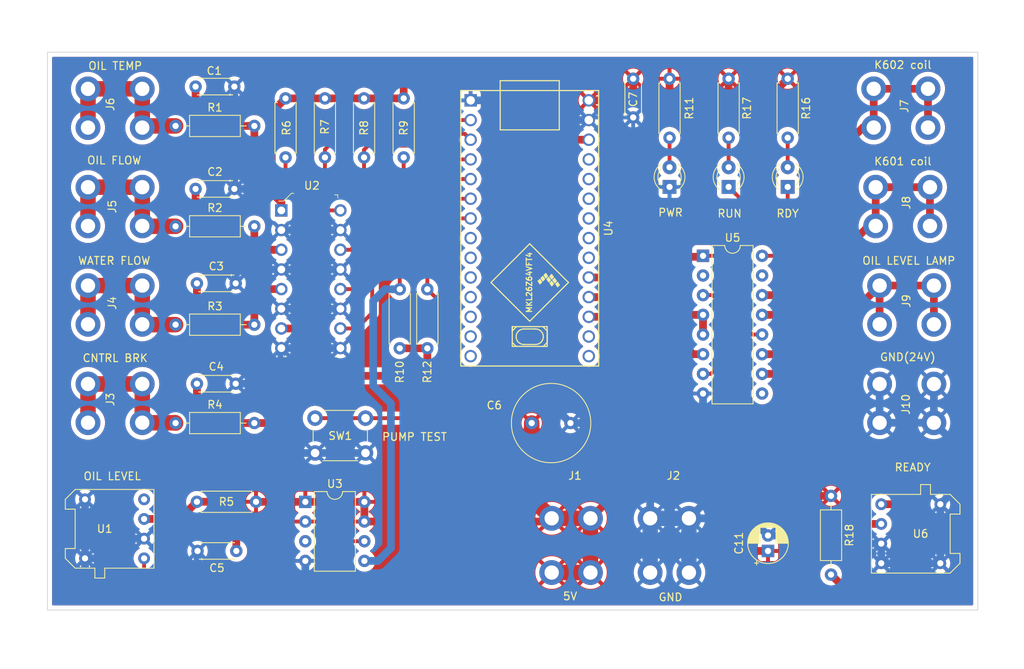
<source format=kicad_pcb>
(kicad_pcb (version 20211014) (generator pcbnew)

  (general
    (thickness 1.6)
  )

  (paper "A4")
  (layers
    (0 "F.Cu" signal)
    (31 "B.Cu" signal)
    (32 "B.Adhes" user "B.Adhesive")
    (33 "F.Adhes" user "F.Adhesive")
    (34 "B.Paste" user)
    (35 "F.Paste" user)
    (36 "B.SilkS" user "B.Silkscreen")
    (37 "F.SilkS" user "F.Silkscreen")
    (38 "B.Mask" user)
    (39 "F.Mask" user)
    (40 "Dwgs.User" user "User.Drawings")
    (41 "Cmts.User" user "User.Comments")
    (42 "Eco1.User" user "User.Eco1")
    (43 "Eco2.User" user "User.Eco2")
    (44 "Edge.Cuts" user)
    (45 "Margin" user)
    (46 "B.CrtYd" user "B.Courtyard")
    (47 "F.CrtYd" user "F.Courtyard")
    (48 "B.Fab" user)
    (49 "F.Fab" user)
    (50 "User.1" user)
    (51 "User.2" user)
    (52 "User.3" user)
    (53 "User.4" user)
    (54 "User.5" user)
    (55 "User.6" user)
    (56 "User.7" user)
    (57 "User.8" user)
    (58 "User.9" user)
  )

  (setup
    (stackup
      (layer "F.SilkS" (type "Top Silk Screen"))
      (layer "F.Paste" (type "Top Solder Paste"))
      (layer "F.Mask" (type "Top Solder Mask") (thickness 0.01))
      (layer "F.Cu" (type "copper") (thickness 0.035))
      (layer "dielectric 1" (type "core") (thickness 1.51) (material "FR4") (epsilon_r 4.5) (loss_tangent 0.02))
      (layer "B.Cu" (type "copper") (thickness 0.035))
      (layer "B.Mask" (type "Bottom Solder Mask") (thickness 0.01))
      (layer "B.Paste" (type "Bottom Solder Paste"))
      (layer "B.SilkS" (type "Bottom Silk Screen"))
      (copper_finish "None")
      (dielectric_constraints no)
    )
    (pad_to_mask_clearance 0)
    (pcbplotparams
      (layerselection 0x0001000_ffffffff)
      (disableapertmacros false)
      (usegerberextensions true)
      (usegerberattributes true)
      (usegerberadvancedattributes true)
      (creategerberjobfile false)
      (svguseinch false)
      (svgprecision 6)
      (excludeedgelayer true)
      (plotframeref false)
      (viasonmask false)
      (mode 1)
      (useauxorigin false)
      (hpglpennumber 1)
      (hpglpenspeed 20)
      (hpglpendiameter 15.000000)
      (dxfpolygonmode true)
      (dxfimperialunits true)
      (dxfusepcbnewfont true)
      (psnegative false)
      (psa4output false)
      (plotreference true)
      (plotvalue true)
      (plotinvisibletext false)
      (sketchpadsonfab false)
      (subtractmaskfromsilk false)
      (outputformat 1)
      (mirror false)
      (drillshape 0)
      (scaleselection 1)
      (outputdirectory "gerbers/")
    )
  )

  (net 0 "")
  (net 1 "GND")
  (net 2 "Net-(C2-Pad1)")
  (net 3 "Net-(C3-Pad1)")
  (net 4 "Net-(C5-Pad1)")
  (net 5 "+5V")
  (net 6 "Net-(D1-Pad2)")
  (net 7 "/K602_coil")
  (net 8 "+3V3")
  (net 9 "/oil_level_3V3")
  (net 10 "/OIL_LEVEL_LAMP")
  (net 11 "/K601_coil")
  (net 12 "/pump_test")
  (net 13 "/OIL_TEMP")
  (net 14 "/OIL_FLOW")
  (net 15 "/WATER_FLOW")
  (net 16 "/CNTRL_BKR")
  (net 17 "Net-(U1-Pad1)")
  (net 18 "unconnected-(U4-Pad20)")
  (net 19 "Net-(R6-Pad2)")
  (net 20 "Net-(U5-Pad10)")
  (net 21 "unconnected-(U1-Pad4)")
  (net 22 "Net-(R7-Pad2)")
  (net 23 "Net-(R8-Pad2)")
  (net 24 "Net-(R9-Pad2)")
  (net 25 "unconnected-(U4-Pad14)")
  (net 26 "unconnected-(U4-Pad30)")
  (net 27 "unconnected-(U4-Pad25)")
  (net 28 "Net-(U4-Pad22)")
  (net 29 "unconnected-(U4-Pad13)")
  (net 30 "unconnected-(U4-Pad12)")
  (net 31 "unconnected-(U4-Pad11)")
  (net 32 "unconnected-(U4-Pad10)")
  (net 33 "unconnected-(U4-Pad9)")
  (net 34 "Net-(U4-Pad23)")
  (net 35 "Net-(U4-Pad24)")
  (net 36 "unconnected-(U5-Pad9)")
  (net 37 "Net-(D2-Pad2)")
  (net 38 "Net-(C1-Pad1)")
  (net 39 "Net-(C4-Pad1)")
  (net 40 "Net-(D2-Pad1)")
  (net 41 "unconnected-(U4-Pad29)")
  (net 42 "unconnected-(U4-Pad28)")
  (net 43 "unconnected-(U4-Pad27)")
  (net 44 "unconnected-(U4-Pad26)")
  (net 45 "Net-(D3-Pad1)")
  (net 46 "Net-(D3-Pad2)")
  (net 47 "unconnected-(U4-Pad21)")
  (net 48 "unconnected-(U5-Pad2)")
  (net 49 "Net-(R18-Pad2)")
  (net 50 "unconnected-(U5-Pad15)")
  (net 51 "unconnected-(U3-Pad3)")
  (net 52 "unconnected-(U4-Pad8)")

  (footprint "Resistor_THT:R_Axial_DIN0207_L6.3mm_D2.5mm_P7.62mm_Horizontal" (layer "F.Cu") (at 110.998 72.898 -90))

  (footprint "Button_Switch_THT:SW_PUSH_6mm" (layer "F.Cu") (at 96.52 89.535))

  (footprint "my_library:Keystone_PC_screw_terminal" (layer "F.Cu") (at 164.338 87.13 90))

  (footprint "Capacitor_THT:C_Disc_D4.3mm_W1.9mm_P5.00mm" (layer "F.Cu") (at 81.28 72.136))

  (footprint "Capacitor_THT:C_Disc_D4.3mm_W1.9mm_P5.00mm" (layer "F.Cu") (at 137.55 45.72 -90))

  (footprint "Capacitor_THT:C_Radial_D10.0mm_H20.0mm_P5.00mm" (layer "F.Cu") (at 124.46 90.17))

  (footprint "my_library:Teensy_LC_stripped" (layer "F.Cu") (at 124.206 65.024 -90))

  (footprint "Resistor_THT:R_Axial_DIN0207_L6.3mm_D2.5mm_P10.16mm_Horizontal" (layer "F.Cu") (at 163.068 99.568 -90))

  (footprint "Package_DIP:DIP-16_W7.62mm" (layer "F.Cu") (at 146.558 68.58))

  (footprint "Capacitor_THT:C_Disc_D4.3mm_W1.9mm_P5.00mm" (layer "F.Cu") (at 81.106 59.944))

  (footprint "Resistor_THT:R_Axial_DIN0207_L6.3mm_D2.5mm_P10.16mm_Horizontal" (layer "F.Cu") (at 78.526 90.17))

  (footprint "my_library:Keystone_PC_screw_terminal" (layer "F.Cu") (at 142.74 97.465))

  (footprint "LED_THT:LED_D3.0mm" (layer "F.Cu") (at 142.24 59.69 90))

  (footprint "Resistor_THT:R_Axial_DIN0207_L6.3mm_D2.5mm_P7.62mm_Horizontal" (layer "F.Cu") (at 107.442 72.898 -90))

  (footprint "my_library:Keystone_PC_screw_terminal" (layer "F.Cu") (at 62.23 87.122 90))

  (footprint "Resistor_THT:R_Axial_DIN0207_L6.3mm_D2.5mm_P7.62mm_Horizontal" (layer "F.Cu") (at 97.79 48.26 -90))

  (footprint "Resistor_THT:R_Axial_DIN0207_L6.3mm_D2.5mm_P7.62mm_Horizontal" (layer "F.Cu") (at 92.71 48.26 -90))

  (footprint "digikey-footprints:DIP-16_W7.62mm" (layer "F.Cu") (at 92.168 62.72))

  (footprint "my_library:Keystone_PC_screw_terminal" (layer "F.Cu") (at 62.23 49.03 90))

  (footprint "Resistor_THT:R_Axial_DIN0207_L6.3mm_D2.5mm_P7.62mm_Horizontal" (layer "F.Cu") (at 102.836 48.26 -90))

  (footprint "Capacitor_THT:CP_Radial_D5.0mm_P2.00mm" (layer "F.Cu") (at 154.94 106.68 90))

  (footprint "my_library:Keystone_PC_screw_terminal" (layer "F.Cu") (at 163.83 61.722 90))

  (footprint "Capacitor_THT:C_Disc_D4.3mm_W1.9mm_P5.00mm" (layer "F.Cu") (at 81.28 85.09))

  (footprint "LED_THT:LED_D3.0mm" (layer "F.Cu") (at 149.86 59.69 90))

  (footprint "Resistor_THT:R_Axial_DIN0207_L6.3mm_D2.5mm_P7.62mm_Horizontal" (layer "F.Cu") (at 149.86 45.72 -90))

  (footprint "Resistor_THT:R_Axial_DIN0207_L6.3mm_D2.5mm_P7.62mm_Horizontal" (layer "F.Cu") (at 142.24 53.34 90))

  (footprint "my_library:Keystone_PC_screw_terminal" (layer "F.Cu") (at 164.338 74.422 90))

  (footprint "my_library:Keystone_PC_screw_terminal" (layer "F.Cu") (at 62.23 61.722 90))

  (footprint "Resistor_THT:R_Axial_DIN0207_L6.3mm_D2.5mm_P7.62mm_Horizontal" (layer "F.Cu") (at 157.48 45.72 -90))

  (footprint "Resistor_THT:R_Axial_DIN0207_L6.3mm_D2.5mm_P10.16mm_Horizontal" (layer "F.Cu") (at 78.526 77.47))

  (footprint "Resistor_THT:R_Axial_DIN0207_L6.3mm_D2.5mm_P7.62mm_Horizontal" (layer "F.Cu") (at 107.95 48.26 -90))

  (footprint "Capacitor_THT:C_Disc_D4.3mm_W1.9mm_P5.00mm" (layer "F.Cu") (at 86.36 106.68 180))

  (footprint "LED_THT:LED_D3.0mm" (layer "F.Cu") (at 157.48 59.69 90))

  (footprint "my_library:Versatile_Link" (layer "F.Cu") (at 174.625 98.1075))

  (footprint "my_library:Keystone_PC_screw_terminal" (layer "F.Cu") (at 62.23 74.422 90))

  (footprint "my_library:Keystone_PC_screw_terminal" (layer "F.Cu") (at 163.576 49.022 90))

  (footprint "Package_DIP:DIP-8_W7.62mm" (layer "F.Cu") (at 95.26 100.34))

  (footprint "Capacitor_THT:C_Disc_D4.3mm_W1.9mm_P5.00mm" (layer "F.Cu") (at 81.106 46.736))

  (footprint "my_library:Keystone_PC_screw_terminal" (layer "F.Cu") (at 130.04 97.465))

  (footprint "Resistor_THT:R_Axial_DIN0207_L6.3mm_D2.5mm_P7.62mm_Horizontal" (layer "F.Cu") (at 81.28 100.33))

  (footprint "my_library:Versatile_Link" (layer "F.Cu") (at 69.385 110.1725 180))

  (footprint "Resistor_THT:R_Axial_DIN0207_L6.3mm_D2.5mm_P10.16mm_Horizontal" (layer "F.Cu") (at 78.526 64.77))

  (footprint "Resistor_THT:R_Axial_DIN0207_L6.3mm_D2.5mm_P10.16mm_Horizontal" (layer "F.Cu") (at 78.526 51.816))

  (gr_rect (start 62 42.3) (end 182 114.3) (layer "Edge.Cuts") (width 0.1) (fill none) (tstamp b79477c8-61ba-499c-ab41-7e44ba9a94e0))
  (gr_text "K601 coil" (at 172.339 56.388) (layer "F.SilkS") (tstamp 2a9f3b41-5cf5-4e58-b42e-a9acf47da800)
    (effects (font (size 1 1) (thickness 0.15)))
  )
  (gr_text "CNTRL BRK" (at 70.739 81.788) (layer "F.SilkS") (tstamp 352ebf09-58fe-4edc-b608-8830b474f1de)
    (effects (font (size 1 1) (thickness 0.15)))
  )
  (gr_text "OIL TEMP" (at 70.739 44.069) (layer "F.SilkS") (tstamp 35bb7c76-825e-4227-b577-2d825f42d1d8)
    (effects (font (size 1 1) (thickness 0.15)))
  )
  (gr_text "RDY" (at 157.48 63.119) (layer "F.SilkS") (tstamp 48e8f375-fcfd-4802-b170-95b17c341aa6)
    (effects (font (size 1 1) (thickness 0.15)))
  )
  (gr_text "OIL LEVEL" (at 70.358 97.028) (layer "F.SilkS") (tstamp 4c87f666-9b46-48f3-a495-1e0df717de09)
    (effects (font (size 1 1) (thickness 0.15)))
  )
  (gr_text "READY" (at 173.609 95.885) (layer "F.SilkS") (tstamp 508edcef-3255-4bc8-b8b3-d37e616e981f)
    (effects (font (size 1 1) (thickness 0.15)))
  )
  (gr_text "OIL LEVEL LAMP" (at 173.101 69.215) (layer "F.SilkS") (tstamp 54a7c607-019c-4003-a2ea-c4d03e320d2f)
    (effects (font (size 1 1) (thickness 0.15)))
  )
  (gr_text "RUN" (at 149.987 63.119) (layer "F.SilkS") (tstamp 5530a936-5dc6-4703-b96b-866fc8991016)
    (effects (font (size 1 1) (thickness 0.15)))
  )
  (gr_text "PUMP TEST" (at 109.347 91.948) (layer "F.SilkS") (tstamp 5e965cb7-a845-4d13-bf9b-d085e3ab2dba)
    (effects (font (size 1 1) (thickness 0.15)))
  )
  (gr_text "WATER FLOW" (at 70.612 69.215) (layer "F.SilkS") (tstamp 7192d2df-dc94-4e09-ae21-c0f58597414f)
    (effects (font (size 1 1) (thickness 0.15)))
  )
  (gr_text "PWR" (at 142.367 62.992) (layer "F.SilkS") (tstamp 8b1bf000-c2f6-4ebf-839a-261c4ef4086e)
    (effects (font (size 1 1) (thickness 0.15)))
  )
  (gr_text "GND" (at 142.367 112.649) (layer "F.SilkS") (tstamp 90a03d70-bb48-4b79-8fa8-f04beac10426)
    (effects (font (size 1 1) (thickness 0.15)))
  )
  (gr_text "GND(24V)" (at 172.974 81.661) (layer "F.SilkS") (tstamp 997fca40-ab76-4d19-89e1-b0c1cff9e27e)
    (effects (font (size 1 1) (thickness 0.15)))
  )
  (gr_text "K602 coil" (at 172.339 43.942) (layer "F.SilkS") (tstamp abaacec0-23a2-4738-9423-2b33e3bb1d1f)
    (effects (font (size 1 1) (thickness 0.15)))
  )
  (gr_text "5V" (at 129.413 112.522) (layer "F.SilkS") (tstamp e75fde95-2900-428d-831e-24d94acff4fe)
    (effects (font (size 1 1) (thickness 0.15)))
  )
  (gr_text "OIL FLOW" (at 70.612 56.261) (layer "F.SilkS") (tstamp fba5edf1-fd36-410a-b9b4-e18fd21cd6bd)
    (effects (font (size 1 1) (thickness 0.15)))
  )

  (segment (start 176.338 90.13) (end 178.045 91.837) (width 1) (layer "B.Cu") (net 1) (tstamp 01c3e5a4-8a7a-4cc7-9388-c4806938089f))
  (segment (start 177.165 108.2675) (end 169.545 108.2675) (width 1) (layer "B.Cu") (net 1) (tstamp 05bd830b-540c-4211-ab03-4b24c2333d98))
  (segment (start 81.36 109.554) (end 83.312 111.506) (width 1) (layer "B.Cu") (net 1) (tstamp 0e479e35-143d-4f95-a883-9b5419703879))
  (segment (start 66.845 109.263) (end 69.088 111.506) (width 1) (layer "B.Cu") (net 1) (tstamp 0ecc6f9e-8d24-46ae-86b2-36c6bf03d432))
  (segment (start 95.486 65.26) (end 95.486 70.34) (width 1) (layer "B.Cu") (net 1) (tstamp 11c66868-7193-4897-9948-5e11adc8b735))
  (segment (start 154.94 104.68) (end 162.338 104.68) (width 1) (layer "B.Cu") (net 1) (tstamp 12efd95f-53bb-4a7f-9c28-1d3637874a74))
  (segment (start 123.952 106.172) (end 118.618 111.506) (width 1) (layer "B.Cu") (net 1) (tstamp 171c64ca-ea60-4696-b99e-bd06dcf8dc1d))
  (segment (start 66.845 107.6325) (end 66.845 109.263) (width 1) (layer "B.Cu") (net 1) (tstamp 1a58b235-7f70-4f60-999e-345a007c9a40))
  (segment (start 81.36 106.68) (end 81.36 109.554) (width 1) (layer "B.Cu") (net 1) (tstamp 1bd1a5d4-483d-43f4-94c6-4a55a8ed03ea))
  (segment (start 144.74 102.465) (end 144.74 109.465) (width 2) (layer "B.Cu") (net 1) (tstamp 1c8bd3ec-52f8-412d-ab87-76ba2dc5ba90))
  (segment (start 69.088 111.506) (end 86.868 111.506) (width 1) (layer "B.Cu") (net 1) (tstamp 1e355908-1d24-4f73-a03f-4a81cac9d702))
  (segment (start 169.338 85.13) (end 169.338 90.13) (width 1) (layer "B.Cu") (net 1) (tstamp 21f0d037-e01b-4c76-81cd-bae41e57f30b))
  (segment (start 92.168 82.838) (end 92.168 80.5) (width 1) (layer "B.Cu") (net 1) (tstamp 27135027-ac94-41f5-95f6-116207afad2f))
  (segment (start 128.016 51.054) (end 126.238 52.832) (width 1) (layer "B.Cu") (net 1) (tstamp 284c3be0-1871-40f7-96b0-acb30e1e5fb4))
  (segment (start 132.16 50.72) (end 131.826 51.054) (width 0.5) (layer "B.Cu") (net 1) (tstamp 2b14a580-ef51-4ae3-a739-b9aca1f9feb5))
  (segment (start 95.486 75.71) (end 95.486 80.5) (width 1) (layer "B.Cu") (net 1) (tstamp 2e24ec68-41dc-419d-9567-704ab41e0c8d))
  (segment (start 95.26 110.5) (end 96.266 111.506) (width 1) (layer "B.Cu") (net 1) (tstamp 2e307fdf-4334-4e49-9af9-3ff0fc64c646))
  (segment (start 93.218 111.506) (end 96.012 111.506) (width 1) (layer "B.Cu") (net 1) (tstamp 36e94802-7673-46a9-a9f4-7f032407d403))
  (segment (start 139.192 59.69) (end 137.55 58.048) (width 0.5) (layer "B.Cu") (net 1) (tstamp 37bf1faf-f401-4482-8db7-b8ef61ebd827))
  (segment (start 92.168 110.456) (end 93.218 111.506) (width 1) (layer "B.Cu") (net 1) (tstamp 38763b66-7974-4557-ba1f-2f8cc23df143))
  (segment (start 139.74 102.465) (end 144.74 102.465) (width 2) (layer "B.Cu") (net 1) (tstamp 46a5061b-ece8-4281-9011-3a7f28f88953))
  (segment (start 118.618 111.506) (end 96.266 111.506) (width 1) (layer "B.Cu") (net 1) (tstamp 48ef725e-c281-4f41-b758-491636eb7e7d))
  (segment (start 139.74 109.465) (end 139.74 107.736) (width 1) (layer "B.Cu") (net 1) (tstamp 49345989-0cb0-4f56-9bf1-d6942f8b9c96))
  (segment (start 137.55 58.048) (end 137.55 50.72) (width 0.5) (layer "B.Cu") (net 1) (tstamp 4aaedbc0-abfa-42c6-b471-b58d849b7ce8))
  (segment (start 92.168 92.422) (end 93.781 94.035) (width 1) (layer "B.Cu") (net 1) (tstamp 4cf285c6-7403-4e32-b5e3-2e764068b7e7))
  (segment (start 92.168 70.34) (end 95.486 70.34) (width 1) (layer "B.Cu") (net 1) (tstamp 4f3caac6-8798-4c66-8e38-45e276777cbe))
  (segment (start 89.916 85.09) (end 92.168 82.838) (width 1) (layer "B.Cu") (net 1) (tstamp 515e1dec-707a-4f37-bec5-fa9fc4e4be92))
  (segment (start 83.312 111.506) (end 86.868 111.506) (width 1) (layer "B.Cu") (net 1) (tstamp 5a42cc66-6d1f-48ec-94f6-b97bb8c8eee7))
  (segment (start 95.26 107.96) (end 95.26 110.5) (width 1) (layer "B.Cu") (net 1) (tstamp 5cbd1311-9f70-49d1-b4a9-cc02e7e114b9))
  (segment (start 121.92 48.514) (end 116.586 48.514) (width 1) (layer "B.Cu") (net 1) (tstamp 632ded07-8052-448d-9f33-aca2a3e6b19b))
  (segment (start 169.545 105.7275) (end 163.3855 105.7275) (width 1) (layer "B.Cu") (net 1) (tstamp 65488e66-7284-4e08-a610-baac289e8160))
  (segment (start 139.74 91.226) (end 139.74 102.465) (width 1) (layer "B.Cu") (net 1) (tstamp 69463a0f-f0af-4e91-b3fd-5990df9a4b80))
  (segment (start 95.486 70.34) (end 95.486 75.71) (width 1) (layer "B.Cu") (net 1) (tstamp 6b487591-4112-4745-bb3f-9749d2c412ab))
  (segment (start 129.46 90.17) (end 126.238 86.948) (width 1) (layer "B.Cu") (net 1) (tstamp 6c121325-b858-474c-9151-27348433bb20))
  (segment (start 92.168 65.26) (end 95.486 65.26) (width 1) (layer "B.Cu") (net 1) (tstamp 6c518a30-36c3-454b-95e6-b0c62863f97d))
  (segment (start 92.168 90.898) (end 92.168 92.422) (width 1) (layer "B.Cu") (net 1) (tstamp 6cbd58c0-94c3-4341-9702-14170e795abb))
  (segment (start 139.74 107.736) (end 138.176 106.172) (width 1) (layer "B.Cu") (net 1) (tstamp 7320a41d-4aa5-4609-8055-60d0428cd520))
  (segment (start 86.106 59.944) (end 94.234 59.944) (width 1) (layer "B.Cu") (net 1) (tstamp 7a7cb6e4-8a4f-482c-8ea5-5c885d62d465))
  (segment (start 138.176 106.172) (end 123.952 106.172) (width 1) (layer "B.Cu") (net 1) (tstamp 7ad17c09-4c71-4a17-802f-2dc60e0e8223))
  (segment (start 131.826 51.054) (end 128.016 51.054) (width 1) (layer "B.Cu") (net 1) (tstamp 80cda837-7491-4253-8586-37e3e46fd750))
  (segment (start 176.338 85.13) (end 176.338 90.13) (width 1) (layer "B.Cu") (net 1) (tstamp 8373e75d-2957-48ea-8365-ac2f476906dd))
  (segment (start 176.338 90.13) (end 169.338 90.13) (width 1) (layer "B.Cu") (net 1) (tstamp 854590d2-162a-4619-8f17-2e10c503decc))
  (segment (start 177.165 108.2675) (end 177.165 100.6475) (width 1) (layer "B.Cu") (net 1) (tstamp 87a32b58-63b7-4f46-bef4-1ba6d2ffa658))
  (segment (start 139.74 109.465) (end 139.74 102.465) (width 2) (layer "B.Cu") (net 1) (tstamp 891cb7bb-027e-4031-bf27-347b67792a6c))
  (segment (start 146.558 86.36) (end 146.558 100.647) (width 1) (layer "B.Cu") (net 1) (tstamp 8a07e6e1-0041-4cf7-a976-2482f0324008))
  (segment (start 70.1675 107.6325) (end 66.845 107.6325) (width 1) (layer "B.Cu") (net 1) (tstamp 8d636e49-195d-4662-8b69-230d986a3b72))
  (segment (start 95.486 80.5) (end 99.788 80.5) (width 1) (layer "B.Cu") (net 1) (tstamp 95852b0a-fc81-4813-9ccd-fee00883b173))
  (segment (start 96.012 111.506) (end 96.266 111.506) (width 1) (layer "B.Cu") (net 1) (tstamp 9814d03b-9ac6-4bc7-aaeb-1933603ee477))
  (segment (start 95.486 70.34) (end 99.788 70.34) (width 1) (layer "B.Cu") (net 1) (tstamp 9913adf4-f9a7-4e0f-acea-487a0ae2d296))
  (segment (start 169.545 105.7275) (end 169.545 108.2675) (width 1) (layer "B.Cu") (net 1) (tstamp 9a3f63d4-0ba0-42d4-8cb4-17301ab4ba36))
  (segment (start 74.465 105.0925) (end 72.7075 105.0925) (width 1) (layer "B.Cu") (net 1) (tstamp 9e7a6bad-0c73-4327-b00b-a423aa4a5b00))
  (segment (start 146.558 100.647) (end 144.74 102.465) (width 1) (layer "B.Cu") (net 1) (tstamp a74f60e9-e61f-4af1-a5af-9a260dc581bf))
  (segment (start 144.74 102.465) (end 152.725 102.465) (width 1) (layer "B.Cu") (net 1) (tstamp a833d207-1617-4470-9a70-2525c1041059))
  (segment (start 95.196 75.42) (end 95.486 75.71) (width 1) (layer "B.Cu") (net 1) (tstamp a995c0bd-6c6a-494c-b66c-4046d467460c))
  (segment (start 72.7075 105.0925) (end 70.1675 107.6325) (width 1) (layer "B.Cu") (net 1) (tstamp ab2d11b6-fb2a-4f46-ae3f-451fe5e806a1))
  (segment (start 92.168 70.34) (end 86.886 70.34) (width 1) (layer "B.Cu") (net 1) (tstamp ad0b0b0e-349f-4f1f-82f9-06a868d2c2c2))
  (segment (start 142.24 59.69) (end 139.192 59.69) (width 0.5) (layer "B.Cu") (net 1) (tstamp af6362bd-a115-4797-b73c-2e4a7ef5010f))
  (segment (start 138.684 90.17) (end 139.74 91.226) (width 1) (layer "B.Cu") (net 1) (tstamp b0981d33-5e9b-4812-a486-8fc721a85aab))
  (segment (start 95.504 65.242) (end 95.486 65.26) (width 1) (layer "B.Cu") (net 1) (tstamp b2ded2dd-e054-4704-872a-c852e1e697a9))
  (segment (start 92.168 90.898) (end 92.168 110.456) (width 1) (layer "B.Cu") (net 1) (tstamp ba4f09e1-cd4f-448f-9f7d-b360460dc05a))
  (segment (start 162.338 104.68) (end 163.3855 105.7275) (width 1) (layer "B.Cu") (net 1) (tstamp bcd01e09-c412-4a2e-8993-4410d6ecb147))
  (segment (start 95.776 75.42) (end 95.486 75.71) (width 1) (layer "B.Cu") (net 1) (tstamp bd6b78a1-e4bf-4436-876e-910def2b0e2b))
  (segment (start 126.238 52.832) (end 121.92 48.514) (width 1) (layer "B.Cu") (net 1) (tstamp c1fe2a33-0725-4202-9f2c-3b77cc5a54db))
  (segment (start 93.781 94.035) (end 96.52 94.035) (width 1) (layer "B.Cu") (net 1) (tstamp c5d2f506-40ef-4231-9d04-f29d7fa308ec))
  (segment (start 92.168 80.5) (end 92.168 90.898) (width 1) (layer "B.Cu") (net 1) (tstamp c8b7fa26-b8a2-42cb-8a24-df9f1992ae17))
  (segment (start 129.46 90.17) (end 138.684 90.17) (width 1) (layer "B.Cu") (net 1) (tstamp ca6fa84c-1968-4d37-9bf4-fdf29639327c))
  (segment (start 94.234 59.944) (end 95.504 61.214) (width 1) (layer "B.Cu") (net 1) (tstamp cd5f7afd-e04e-44ed-862a-11d93ea49efc))
  (segment (start 103.02 94.035) (end 96.52 94.035) (width 1) (layer "B.Cu") (net 1) (tstamp cd68d27d-9643-4323-8920-d4cb1e6b604e))
  (segment (start 95.504 61.214) (end 95.504 65.242) (width 1) (layer "B.Cu") (net 1) (tstamp d00469d0-b43b-44c1-a389-a32740dba3ee))
  (segment (start 126.238 86.948) (end 126.238 52.832) (width 1) (layer "B.Cu") (net 1) (tstamp d8913ddb-eca5-427c-8a27-bca9e6398e42))
  (segment (start 86.868 111.506) (end 93.218 111.506) (width 1) (layer "B.Cu") (net 1) (tstamp da9ceefd-fc12-427f-9a92-cfe1e64a8780))
  (segment (start 86.28 70.946) (end 86.28 72.136) (width 1) (layer "B.Cu") (net 1) (tstamp de02f828-265b-4f66-85e3-892a3136f8e3))
  (segment (start 137.55 50.72) (end 132.16 50.72) (width 0.5) (layer "B.Cu") (net 1) (tstamp e4f105bc-211e-404e-b603-9e46f15797b0))
  (segment (start 95.486 65.26) (end 99.788 65.26) (width 1) (layer "B.Cu") (net 1) (tstamp e7df1f41-fb84-4e8a-8fb4-7075427d7230))
  (segment (start 178.045 99.7675) (end 177.165 100.6475) (width 1) (layer "B.Cu") (net 1) (tstamp eb10dd1a-a0c2-4869-a1c7-7c049010577d))
  (segment (start 86.106 46.736) (end 86.106 59.944) (width 1) (layer "B.Cu") (net 1) (tstamp ee9b3572-d0c0-45bb-975e-6f49ec28a51d))
  (segment (start 178.045 91.837) (end 178.045 99.7675) (width 1) (layer "B.Cu") (net 1) (tstamp f1f634c1-031f-409c-89d4-008b52e1bfbc))
  (segment (start 86.886 70.34) (end 86.28 70.946) (width 1) (layer "B.Cu") (net 1) (tstamp f2cc4d3c-1836-4dee-b211-c420d224dbaf))
  (segment (start 95.196 75.42) (end 92.168 75.42) (width 1) (layer "B.Cu") (net 1) (tstamp f3e0bbd4-c2bd-45e1-a190-4e8ae34f2008))
  (segment (start 152.725 102.465) (end 154.94 104.68) (width 1) (layer "B.Cu") (net 1) (tstamp f829d8e9-682e-4f08-beb8-5a2f6353bb1f))
  (segment (start 99.788 75.42) (end 95.776 75.42) (width 1) (layer "B.Cu") (net 1) (tstamp fa019fa5-ee9a-4b54-8bc0-9e855c4082cf))
  (segment (start 86.28 85.09) (end 89.916 85.09) (width 1) (layer "B.Cu") (net 1) (tstamp fa6fdcca-3626-48e3-aa5c-205cb56fe3a5))
  (segment (start 66.845 107.6325) (end 66.845 100.0125) (width 1) (layer "B.Cu") (net 1) (tstamp fbf8ac89-c320-46e2-b575-18008179d8e3))
  (segment (start 92.168 80.5) (end 95.486 80.5) (width 1) (layer "B.Cu") (net 1) (tstamp feea0e59-19e8-41fd-a3a7-612e663bfb9b))
  (segment (start 88.686 64.77) (end 88.686 66.842) (width 1) (layer "F.Cu") (net 2) (tstamp 66f0b839-3e45-46c2-9121-7c4f154062e7))
  (segment (start 91.168 67.8) (end 92.168 67.8) (width 1) (layer "F.Cu") (net 2) (tstamp 83364c47-aeb6-49b3-a2c8-3099d897d169))
  (segment (start 91.168 67.8) (end 82.151 67.8) (width 1) (layer "F.Cu") (net 2) (tstamp 8b4901e6-f0c3-4d4d-8223-f78cc386b4ca))
  (segment (start 89.68 67.8) (end 91.168 67.8) (width 1) (layer "F.Cu") (net 2) (tstamp ae9d78d0-61df-4a66-925c-bad5452b55c7))
  (segment (start 89.662 67.818) (end 89.68 67.8) (width 1) (layer "F.Cu") (net 2) (tstamp bf648341-2723-4d48-ba04-2d0a4c8d6818))
  (segment (start 81.106 66.755) (end 81.106 59.944) (width 1) (layer "F.Cu") (net 2) (tstamp c6c4c80c-e779-42fb-a06a-7569155bfd15))
  (segment (start 82.151 67.8) (end 81.106 66.755) (width 1) (layer "F.Cu") (net 2) (tstamp d0252560-bd53-4a2f-8deb-f9d25ed19a53))
  (segment (start 88.686 66.842) (end 89.662 67.818) (width 1) (layer "F.Cu") (net 2) (tstamp ed12616c-851a-4bee-9dad-86d94aa6003b))
  (segment (start 89.68 72.88) (end 88.686 73.874) (width 1) (layer "F.Cu") (net 3) (tstamp 2da7649b-7a87-4a77-8e18-c4a8f171f27e))
  (segment (start 83.566 77.47) (end 88.686 77.47) (width 1) (layer "F.Cu") (net 3) (tstamp 6073af31-53c2-49de-8aa1-5c5505054de0))
  (segment (start 92.168 72.88) (end 89.68 72.88) (width 1) (layer "F.Cu") (net 3) (tstamp 75a8e1ab-c6b3-44c7-b614-4243bdef1aa6))
  (segment (start 81.28 75.184) (end 83.566 77.47) (width 1) (layer "F.Cu") (net 3) (tstamp db91f0b9-4195-4cd7-a05c-75d909f0bd14))
  (segment (start 81.28 72.136) (end 81.28 75.184) (width 1) (layer "F.Cu") (net 3) (tstamp e92de2a1-529b-4935-8e6c-d15f102cb1e9))
  (segment (start 88.686 73.874) (end 88.686 77.47) (width 1) (layer "F.Cu") (net 3) (tstamp fff4c7a1-22b1-448b-b861-bbd0aab0d906))
  (segment (start 74.465 102.5525) (end 79.0575 102.5525) (width 1) (layer "F.Cu") (net 4) (tstamp 3336aac4-796a-419c-ba7e-2853f2556659))
  (segment (start 86.36 106.68) (end 86.36 102.616) (width 1) (layer "F.Cu") (net 4) (tstamp 395da458-ba5c-40f0-9cac-103428cb32c1))
  (segment (start 86.36 102.616) (end 84.074 100.33) (width 1) (layer "F.Cu") (net 4) (tstamp 7e8d820e-530a-4346-8307-e1369735b953))
  (segment (start 79.0575 102.5525) (end 81.28 100.33) (width 1) (layer "F.Cu") (net 4) (tstamp b199a8ce-ac04-4537-a164-631a8a6e80cd))
  (segment (start 84.074 100.33) (end 81.28 100.33) (width 1) (layer "F.Cu") (net 4) (tstamp ecd12bc0-072c-4ef8-b440-20ca8dff3262))
  (segment (start 95.26 100.34) (end 102.88 100.34) (width 1) (layer "F.Cu") (net 5) (tstamp 037002cd-3c31-4880-ae16-1328e9fa32a1))
  (segment (start 150.114 99.568) (end 150.114 103.886) (width 1) (layer "F.Cu") (net 5) (tstamp 0bb15c07-933c-4b39-ad29-bda44ae2f013))
  (segment (start 150.114 66.548) (end 146.304 62.738) (width 1) (layer "F.Cu") (net 5) (tstamp 1e8ef478-07e0-4e3c-8860-bfe66f42bfd7))
  (segment (start 142.24 48.514) (end 146.05 48.514) (width 1) (layer "F.Cu") (net 5) (tstamp 2233f6b9-1c4a-4e26-9367-38c8953a17b6))
  (segment (start 134.937 99.568) (end 132.04 102.465) (width 1) (layer "F.Cu") (net 5) (tstamp 2a7b7cab-c8d5-4fe6-a534-2251fcb28023))
  (segment (start 138.43 48.514) (end 142.24 48.514) (width 1) (layer "F.Cu") (net 5) (tstamp 2c7c8ad7-0976-4f0d-9207-942363ff3daf))
  (segment (start 88.91 100.34) (end 88.9 100.33) (width 1) (layer "F.Cu") (net 5) (tstamp 2fc68732-2538-449d-8d6f-13f332fb4992))
  (segment (start 146.05 48.514) (end 149.86 48.514) (width 1) (layer "F.Cu") (net 5) (tstamp 36b454e5-3058-4adc-8ea3-f8e8d966cfca))
  (segment (start 146.304 48.768) (end 146.05 48.514) (width 1) (layer "F.Cu") (net 5) (tstamp 46b31701-821c-4d3a-81dd-d9dd67d22395))
  (segment (start 131.826 48.514) (end 138.43 48.514) (width 1) (layer "F.Cu") (net 5) (tstamp 4f3b0290-006c-4ba5-be42-280362fdc855))
  (segment (start 124.46 99.885) (end 127.04 102.465) (width 2) (layer "F.Cu") (net 5) (tstamp 5179f54f-b353-4a9d-9138-81b30668aa45))
  (segment (start 163.068 99.568) (end 150.114 99.568) (width 1) (layer "F.Cu") (net 5) (tstamp 537de099-5d58-4354-a5d1-41534516687d))
  (segment (start 127.04 102.465) (end 132.04 102.465) (width 2) (layer "F.Cu") (net 5) (tstamp 59676195-4c92-42e3-8537-b68aeeb41be3))
  (segment (start 150.114 99.568) (end 134.937 99.568) (width 1) (layer "F.Cu") (net 5) (tstamp 5ca23001-b291-4f72-bdb4-b1a1c301d577))
  (segment (start 102.88 102.88) (end 102.88 100.34) (width 1) (layer "F.Cu") (net 5) (tstamp 679e3976-92b4-4085-b569-298c6a19fcc8))
  (segment (start 149.86 48.514) (end 154.686 48.514) (width 1) (layer "F.Cu") (net 5) (tstamp 6e036af7-ff2c-43c7-b55f-9f4ed7d5c596))
  (segment (start 152.908 106.68) (end 154.94 106.68) (width 1) (layer "F.Cu") (net 5) (tstamp 8996d9b4-63aa-4881-a8e0-01baa944601d))
  (segment (start 154.686 48.514) (end 157.48 45.72) (width 1) (layer "F.Cu") (net 5) (tstamp a73d3b80-b801-4bf2-a163-98cf0cedc857))
  (segment (start 150.114 103.886) (end 152.908 106.68) (width 1) (layer "F.Cu") (net 5) (tstamp a8d35936-44cd-48c8-b515-960fcc01a24c))
  (segment (start 146.304 62.738) (end 146.304 48.768) (width 1) (layer "F.Cu") (net 5) (tstamp b693a743-f19f-4434-a56a-29c4234a874a))
  (segment (start 102.88 102.88) (end 126.625 102.88) (width 1) (layer "F.Cu") (net 5) (tstamp c441825f-b2d8-4d8d-81ea-c14ec13c3b78))
  (segment (start 150.114 99.568) (end 150.114 66.548) (width 1) (layer "F.Cu") (net 5) (tstamp c5287173-ca59-4933-9f24-de4f15640c91))
  (segment (start 149.86 45.72) (end 149.86 48.514) (width 1) (layer "F.Cu") (net 5) (tstamp c9e3e2ac-1b42-4ffc-ae00-0a0657f77185))
  (segment (start 137.55 45.72) (end 137.55 47.634) (width 1) (layer "F.Cu") (net 5) (tstamp d10e4ee6-e189-4f48-9da0-49e37eecd332))
  (segment (start 137.55 47.634) (end 138.43 48.514) (width 1) (layer "F.Cu") (net 5) (tstamp db3355e9-1496-4fe4-ba0c-0bcca73b6c40))
  (segment (start 132.04 109.465) (end 132.04 102.465) (width 2) (layer "F.Cu") (net 5) (tstamp de05c20d-0dce-476b-b868-0ed2774e9ae4))
  (segment (start 126.625 102.88) (end 127.04 102.465) (width 1) (layer "F.Cu") (net 5) (tstamp e1015e14-64bf-45f5-8f06-36e2de13242b))
  (segment (start 142.24 45.72) (end 142.24 48.514) (width 1) (layer "F.Cu") (net 5) (tstamp ec659f3c-f092-4d4e-839b-2b97d1d85000))
  (segment (start 124.46 90.17) (end 124.46 99.885) (width 2) (layer "F.Cu") (net 5) (tstamp f3286871-9152-404e-b204-5be331747f23))
  (segment (start 127.04 109.465) (end 132.04 109.465) (width 2) (layer "F.Cu") (net 5) (tstamp f4774839-18fd-4768-9af3-6d57172d5f67))
  (segment (start 95.26 100.34) (end 88.91 100.34) (width 1) (layer "F.Cu") (net 5) (tstamp fe7e73ec-469b-458d-94f2-97100c584c6e))
  (segment (start 142.24 53.34) (end 142.24 57.15) (width 0.5) (layer "F.Cu") (net 6) (tstamp 8558d494-a8c9-47f0-ab94-71f2339f1632))
  (segment (start 154.178 73.66) (end 161.544 73.66) (width 1) (layer "F.Cu") (net 7) (tstamp 016a4477-b93c-4465-ae69-5b904f3541b0))
  (segment (start 175.576 47.022) (end 168.576 47.022) (width 1) (layer "F.Cu") (net 7) (tstamp 0ff372be-7aaf-479d-8da8-2ef6a54119b7))
  (segment (start 163.068 72.136) (end 163.068 56.134) (width 1) (layer "F.Cu") (net 7) (tstamp 25d971e0-7bbf-4d42-9e7e-421d8224beea))
  (segment (start 163.068 56.134) (end 167.172 52.03) (width 1) (layer "F.Cu") (net 7) (tstamp 386d78e9-9595-4bd5-9067-3c0bd333ef70))
  (segment (start 168.568 52.03) (end 168.576 52.022) (width 1) (layer "F.Cu") (net 7) (tstamp 3e63cc6a-452e-4aca-ac02-428eaa601787))
  (segment (start 168.576 47.022) (end 168.576 52.022) (width 1) (layer "F.Cu") (net 7) (tstamp 3fa5e57c-79f4-4bfb-b360-06627caae2f4))
  (segment (start 161.544 73.66) (end 163.068 72.136) (width 1) (layer "F.Cu") (net 7) (tstamp 613b26c5-bf62-497f-a68e-8db124bbe4a1))
  (segment (start 175.576 52.022) (end 175.576 47.022) (width 1) (layer "F.Cu") (net 7) (tstamp 7d16f63a-81c9-4d6b-8a6a-38c32b183cf1))
  (segment (start 167.172 52.03) (end 168.568 52.03) (width 1) (layer "F.Cu") (net 7) (tstamp 7d33d280-ae48-404a-be5d-3f9685347046))
  (segment (start 94.488 76.454) (end 94.488 61.722) (width 1) (layer "F.Cu") (net 8) (tstamp 039fc8ae-4d56-474e-8bd0-e0a3b596729d))
  (segment (start 110.998 80.518) (end 107.442 80.518) (width 1) (layer "F.Cu") (net 8) (tstamp 14501919-9b06-4d2c-b216-df92092e7b49))
  (segment (start 94.488 61.722) (end 90.932 58.166) (width 1) (layer "F.Cu") (net 8) (tstamp 17d6d866-29f1-46e9-a369-885f6527bc4e))
  (segment (start 96.52 83.058) (end 96.52 78.486) (width 1) (layer "F.Cu") (net 8) (tstamp 2011cf13-2a39-4727-9636-fd4b129d7e47))
  (segment (start 131.826 53.594) (end 125.476 53.594) (width 1) (layer "F.Cu") (net 8) (tstamp 2984ce91-2e0f-4db2-a381-c76fbca206d8))
  (segment (start 110.236 84.074) (end 97.536 84.074) (width 1) (layer "F.Cu") (net 8) (tstamp 3069f1f0-e1bd-4954-ad59-e671d5173b01))
  (segment (start 109.982 44.45) (end 107.95 46.482) (width 1) (layer "F.Cu") (net 8) (tstamp 49f6cbc6-853b-486d-a63b-b34529f13f7d))
  (segment (start 90.932 58.166) (end 90.932 50.038) (width 1) (layer "F.Cu") (net 8) (tstamp 5bb2bebc-6750-49b5-bc5d-0f742bcfc012))
  (segment (start 125.476 53.594) (end 123.444 51.562) (width 1) (layer "F.Cu") (net 8) (tstamp 5cfa93dc-ded0-477f-83fb-ee5eb7502312))
  (segment (start 107.95 46.482) (end 107.95 48.26) (width 1) (layer "F.Cu") (net 8) (tstamp 5ee2f045-cf4c-48c2-8eb6-5424df3f9e1a))
  (segment (start 120.396 44.45) (end 109.982 44.45) (width 1) (layer "F.Cu") (net 8) (tstamp 6746e72e-25aa-454e-8223-4787e96d8cb5))
  (segment (start 97.536 84.074) (end 96.52 83.058) (width 1) (layer "F.Cu") (net 8) (tstamp 73d1acd9-6ae1-4503-9957-900e2e5b4fef))
  (segment (start 110.998 83.312) (end 110.236 84.074) (width 1) (layer "F.Cu") (net 8) (tstamp 7a8910be-4501-4d92-851d-99a597d5ad4f))
  (segment (start 110.998 80.518) (end 110.998 83.312) (width 1) (layer "F.Cu") (net 8) (tstamp aafaf5e8-939b-4320-a905-1d1ce70ba732))
  (segment (start 123.444 47.498) (end 120.396 44.45) (width 1) (layer "F.Cu") (net 8) (tstamp d050c0b0-421c-4d6b-92f9-415fd1af3889))
  (segment (start 92.71 48.26) (end 107.95 48.26) (width 1) (layer "F.Cu") (net 8) (tstamp edad604b-df52-46e7-ab6e-e530366d23ae))
  (segment (start 123.444 51.562) (end 123.444 47.498) (width 1) (layer "F.Cu") (net 8) (tstamp f3289308-82b8-443c-86e9-85c33f6911c4))
  (segment (start 96.52 78.486) (end 94.488 76.454) (width 1) (layer "F.Cu") (net 8) (tstamp f8324673-d804-4abb-a773-f93f4c136e6b))
  (segment (start 90.932 50.038) (end 92.71 48.26) (width 1) (layer "F.Cu") (net 8) (tstamp f864cd6c-a180-424f-9f05-dbefea907c21))
  (segment (start 109.22 61.214) (end 107.442 62.992) (width 0.5) (layer "F.Cu") (net 9) (tstamp 1294bf51-e90f-4573-bd2f-836ec5643d1d))
  (segment (start 116.586 61.214) (end 109.22 61.214) (width 0.5) (layer "F.Cu") (net 9) (tstamp 64b0d4cf-77e8-4ade-b4e4-edb2ade97123))
  (segment (start 107.442 62.992) (end 107.442 72.898) (width 0.5) (layer "F.Cu") (net 9) (tstamp a6cdfc0a-29db-4474-89bb-0b31c19fa0e8))
  (segment (start 104.638 107.96) (end 102.88 107.96) (width 1) (layer "B.Cu") (net 9) (tstamp 14aba407-c5f0-419b-a7cc-dfb90aeb3370))
  (segment (start 105.537 72.898) (end 104.013 74.422) (width 1) (layer "B.Cu") (net 9) (tstamp 3451906c-406c-4497-b187-50a351ec817d))
  (segment (start 107.442 72.898) (end 105.537 72.898) (width 1) (layer "B.Cu") (net 9) (tstamp 65264590-2df6-4573-9ed5-4da0bb7223fe))
  (segment (start 104.013 85.344) (end 106.299 87.63) (width 1) (layer "B.Cu") (net 9) (tstamp 70e4752a-5ff6-4834-9730-1b654fff7f0f))
  (segment (start 104.013 74.422) (end 104.013 85.344) (width 1) (layer "B.Cu") (net 9) (tstamp 8afac478-2b38-4b67-a7ef-ebee62beaaad))
  (segment (start 106.299 87.63) (end 106.299 106.299) (width 1) (layer "B.Cu") (net 9) (tstamp bd2566e5-cb85-48f9-9f9d-39ede04684f4))
  (segment (start 106.299 106.299) (end 104.638 107.96) (width 1) (layer "B.Cu") (net 9) (tstamp ecabef52-524b-4c1e-992b-f28766cf1919))
  (segment (start 163.401 78.359) (end 157.607 78.359) (width 1) (layer "F.Cu") (net 10) (tstamp 11c9a635-4070-42fe-81c9-0f8b26ac484d))
  (segment (start 157.607 78.359) (end 156.972 78.994) (width 1) (layer "F.Cu") (net 10) (tstamp 23d7915d-a158-4401-8a86-752524d64fe0))
  (segment (start 176.338 72.422) (end 176.338 77.422) (width 1) (layer "F.Cu") (net 10) (tstamp 2df2bd4a-f00a-4a42-8277-033fba99f67f))
  (segment (start 169.338 72.422) (end 163.401 78.359) (width 1) (layer "F.Cu") (net 10) (tstamp 6b318338-abb6-46bd-8e31-4ed30f61b5c4))
  (segment (start 169.338 72.422) (end 169.338 77.422) (width 1) (layer "F.Cu") (net 10) (tstamp 7ca5af59-2048-4be8-9afc-0bad4b4a0ad3))
  (segment (start 156.464 81.28) (end 154.178 81.28) (width 1) (layer "F.Cu") (net 10) (tstamp 7efd0dd0-7562-4dfe-931f-081e30c6d21a))
  (segment (start 169.338 72.422) (end 176.338 72.422) (width 1) (layer "F.Cu") (net 10) (tstamp 8bb88ad0-3d65-4cc3-8c2c-97f241ab6614))
  (segment (start 156.972 78.994) (end 156.972 80.772) (width 1) (layer "F.Cu") (net 10) (tstamp 996fef86-57cf-4c5f-aa8e-0c1594503207))
  (segment (start 156.972 80.772) (end 156.464 81.28) (width 1) (layer "F.Cu") (net 10) (tstamp b0e51898-6e10-4a4c-b7d1-641bb3eabaad))
  (segment (start 165.862 66.802) (end 167.942 64.722) (width 1) (layer "F.Cu") (net 11) (tstamp 09962080-60a3-4315-b373-8f79b9d30dc9))
  (segment (start 175.83 64.722) (end 175.83 59.722) (width 1) (layer "F.Cu") (net 11) (tstamp 3092b4b1-2218-4e08-a894-299b2714e460))
  (segment (start 165.862 73.406) (end 165.862 66.802) (width 1) (layer "F.Cu") (net 11) (tstamp 3740ebc7-14d7-43b5-a580-60df7c09cfb7))
  (segment (start 168.83 59.722) (end 168.83 64.722) (width 1) (layer "F.Cu") (net 11) (tstamp 3e4359fd-c345-44c8-b629-d488a576eb67))
  (segment (start 163.068 76.2) (end 165.862 73.406) (width 1) (layer "F.Cu") (net 11) (tstamp 406beb51-ff74-4706-b7eb-e8ba127fd495))
  (segment (start 154.178 76.2) (end 163.068 76.2) (width 1) (layer "F.Cu") (net 11) (tstamp 4b2027b2-875e-4221-8eff-ca90a74c6ae9))
  (segment (start 168.83 59.722) (end 175.83 59.722) (width 1) (layer "F.Cu") (net 11) (tstamp 5a50af3e-9f00-47b3-8931-22dc2bce4924))
  (segment (start 167.942 64.722) (end 168.83 64.722) (width 1) (layer "F.Cu") (net 11) (tstamp f35193e5-8660-44a9-b40d-b39f31dc05e2))
  (segment (start 112.522 63.754) (end 110.998 65.278) (width 0.5) (layer "F.Cu") (net 12) (tstamp 02613b1f-0c06-4acc-8207-dfbb6280d6b0))
  (segment (start 110.998 65.278) (end 110.998 72.898) (width 0.5) (layer "F.Cu") (net 12) (tstamp 6b9d3a6d-53df-4446-881e-7c5517d4c222))
  (segment (start 113.792 86.106) (end 113.792 75.692) (
... [1367462 chars truncated]
</source>
